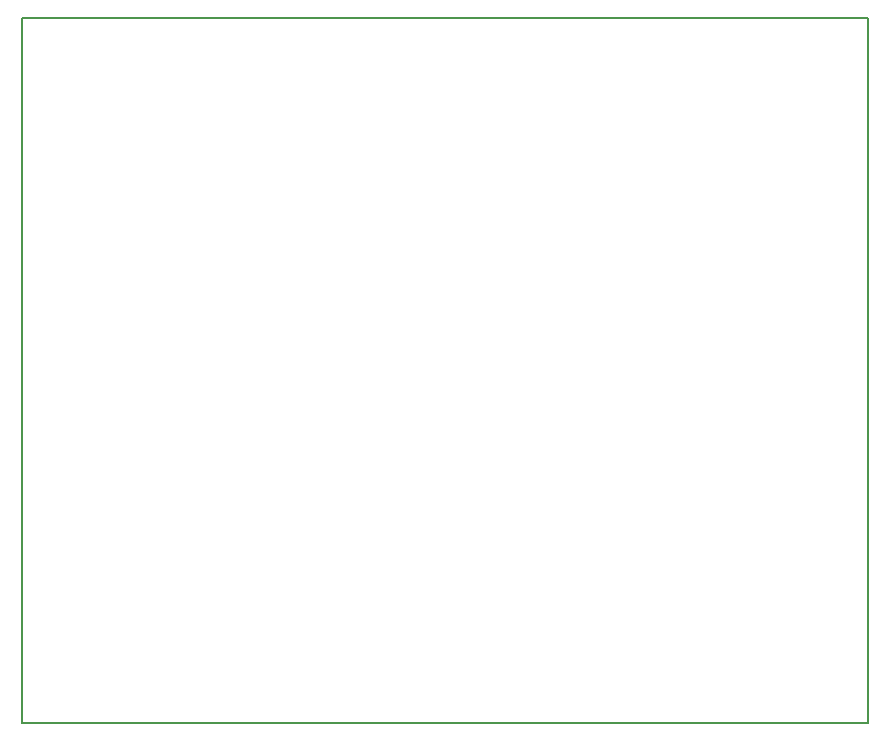
<source format=gbr>
G04 #@! TF.GenerationSoftware,KiCad,Pcbnew,5.0.2-bee76a0~70~ubuntu18.04.1*
G04 #@! TF.CreationDate,2020-08-05T10:07:10+02:00*
G04 #@! TF.ProjectId,panel_led,70616e65-6c5f-46c6-9564-2e6b69636164,rev?*
G04 #@! TF.SameCoordinates,Original*
G04 #@! TF.FileFunction,Profile,NP*
%FSLAX46Y46*%
G04 Gerber Fmt 4.6, Leading zero omitted, Abs format (unit mm)*
G04 Created by KiCad (PCBNEW 5.0.2-bee76a0~70~ubuntu18.04.1) date mié 05 ago 2020 10:07:10 CEST*
%MOMM*%
%LPD*%
G01*
G04 APERTURE LIST*
%ADD10C,0.150000*%
G04 APERTURE END LIST*
D10*
X113538000Y-125476000D02*
X113538000Y-65786000D01*
X185166000Y-125476000D02*
X113538000Y-125476000D01*
X185166000Y-65786000D02*
X185166000Y-125476000D01*
X113538000Y-65786000D02*
X185166000Y-65786000D01*
M02*

</source>
